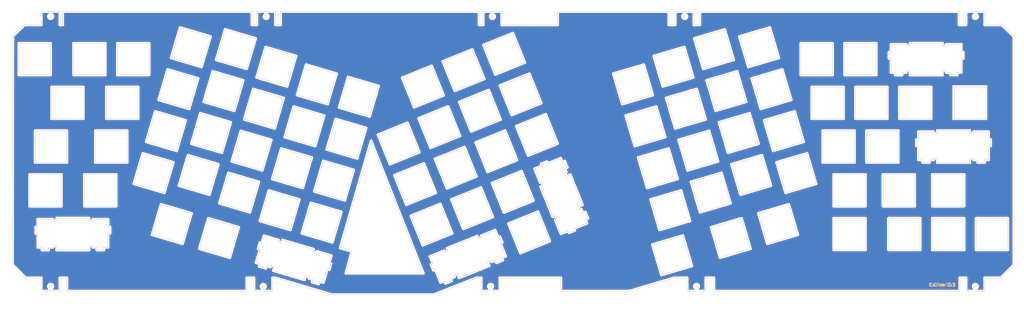
<source format=kicad_pcb>
(kicad_pcb (version 20171130) (host pcbnew "(5.1.5-0-10_14)")
  (layers (0 F.Cu signal) (31 B.Cu signal) (34 B.Paste user) (35 F.Paste user) (36 B.SilkS user) (37 F.SilkS user) (38 B.Mask user) (39 F.Mask user) (44 Edge.Cuts user))
  (net 0 "")
  (module MountingHole:MountingHole_2.2mm_M2 (layer F.Cu) (at 124.587 139.7635)
    (fp_text reference REF** hide)
    (fp_text value MountingHole_2.2mm_M2)
    (pad 1 np_thru_hole circle (at 0 0) (size 2.2 2.2) (drill 2.2) (layers *.Cu *.Mask))
  )
  (module MountingHole:MountingHole_2.2mm_M2 (layer F.Cu) (at 433.451 139.7635)
    (fp_text reference REF** hide)
    (fp_text value MountingHole_2.2mm_M2)
    (pad 1 np_thru_hole circle (at 0 0) (size 2.2 2.2) (drill 2.2) (layers *.Cu *.Mask))
  )
  (module MountingHole:MountingHole_2.2mm_M2 (layer F.Cu) (at 312.547 139.7635)
    (fp_text reference REF** hide)
    (fp_text value MountingHole_2.2mm_M2)
    (pad 1 np_thru_hole circle (at 0 0) (size 2.2 2.2) (drill 2.2) (layers *.Cu *.Mask))
  )
  (module MountingHole:MountingHole_2.2mm_M2 (layer F.Cu) (at 223.2025 139.7635)
    (fp_text reference REF** hide)
    (fp_text value MountingHole_2.2mm_M2)
    (pad 1 np_thru_hole circle (at 0 0) (size 2.2 2.2) (drill 2.2) (layers *.Cu *.Mask))
  )
  (module MountingHole:MountingHole_2.2mm_M2 (layer F.Cu) (at 32.385 139.7635)
    (fp_text reference REF** hide)
    (fp_text value MountingHole_2.2mm_M2)
    (pad 1 np_thru_hole circle (at 0 0) (size 2.2 2.2) (drill 2.2) (layers *.Cu *.Mask))
  )
  (module MountingHole:MountingHole_2.2mm_M2 (layer F.Cu) (at 32.402454 22.610514)
    (fp_text reference REF** hide)
    (fp_text value MountingHole_2.2mm_M2)
    (pad "" np_thru_hole circle (at 0 -0.063514) (size 2.2 2.2) (drill 2.2) (layers *.Cu *.Mask))
  )
  (module MountingHole:MountingHole_2.2mm_M2 (layer F.Cu) (at 125.874454 22.606)
    (fp_text reference REF** hide)
    (fp_text value MountingHole_2.2mm_M2)
    (pad "" np_thru_hole circle (at 0 -0.059) (size 2.2 2.2) (drill 2.2) (layers *.Cu *.Mask))
  )
  (module MountingHole:MountingHole_2.2mm_M2 (layer F.Cu) (at 223.981954 22.547014)
    (fp_text reference REF** hide)
    (fp_text value MountingHole_2.2mm_M2)
    (pad 1 np_thru_hole circle (at 0 0) (size 2.2 2.2) (drill 2.2) (layers *.Cu *.Mask))
  )
  (module MountingHole:MountingHole_2.2mm_M2 (layer F.Cu) (at 307.4035 22.547014)
    (fp_text reference REF** hide)
    (fp_text value MountingHole_2.2mm_M2)
    (pad 1 np_thru_hole circle (at 0 0) (size 2.2 2.2) (drill 2.2) (layers *.Cu *.Mask))
  )
  (module MountingHole:MountingHole_2.2mm_M2 (layer F.Cu) (at 433.468454 22.547014)
    (fp_text reference REF** hide)
    (fp_text value MountingHole_2.2mm_M2)
    (pad 1 np_thru_hole circle (at 0 0) (size 2.2 2.2) (drill 2.2) (layers *.Cu *.Mask))
  )
  (gr_text "Colice 0.1" (at 419.1 139.065) (layer B.SilkS) (effects (font (size 1.5 1.5) (thickness 0.3)) (justify mirror)))
  (gr_text "Colice 0.1" (at 419.1 139.065) (layer F.SilkS) (effects (font (size 1.5 1.5) (thickness 0.3))))
  (gr_line (start 316.488581 141.807467) (end 316.488581 136.015557) (layer Edge.Cuts) (width 0.2))
  (gr_line (start 320.09232 136.015557) (end 320.09232 141.807467) (layer Edge.Cuts) (width 0.2))
  (gr_line (start 426.642935 136.012514) (end 429.467026 136.012514) (layer Edge.Cuts) (width 0.2))
  (gr_line (start 437.467235 141.807467) (end 437.467235 136.012514) (layer Edge.Cuts) (width 0.2))
  (gr_line (start 320.09232 141.807467) (end 426.642935 141.807467) (layer Edge.Cuts) (width 0.2))
  (gr_line (start 429.467026 136.012514) (end 429.467026 141.807467) (layer Edge.Cuts) (width 0.2))
  (gr_line (start 253.722793 141.807467) (end 283.314242 141.807467) (layer Edge.Cuts) (width 0.2))
  (gr_line (start 227.179384 136.012514) (end 253.722793 136.012514) (layer Edge.Cuts) (width 0.2))
  (gr_line (start 429.467026 141.807467) (end 437.467235 141.807467) (layer Edge.Cuts) (width 0.2))
  (gr_line (start 308.48834 136.012514) (end 308.48834 141.807467) (layer Edge.Cuts) (width 0.2))
  (gr_line (start 253.722793 136.012514) (end 253.722793 141.807467) (layer Edge.Cuts) (width 0.2))
  (gr_line (start 302.868903 136.012514) (end 308.48834 136.012514) (layer Edge.Cuts) (width 0.2))
  (gr_line (start 437.467235 136.012514) (end 444.533955 136.012514) (layer Edge.Cuts) (width 0.2))
  (gr_line (start 426.642935 141.807467) (end 426.642935 136.012514) (layer Edge.Cuts) (width 0.2))
  (gr_line (start 227.179384 141.807467) (end 227.179384 136.012514) (layer Edge.Cuts) (width 0.2))
  (gr_line (start 316.488581 136.015557) (end 320.09232 136.015557) (layer Edge.Cuts) (width 0.2))
  (gr_line (start 308.48834 141.807467) (end 316.488581 141.807467) (layer Edge.Cuts) (width 0.2))
  (gr_line (start 283.314242 141.807467) (end 302.868903 136.012514) (layer Edge.Cuts) (width 0.2))
  (gr_line (start 132.157134 26.210065) (end 129.859282 26.210065) (layer Edge.Cuts) (width 0.2))
  (gr_line (start 300.435958 26.210065) (end 300.435958 20.389232) (layer Edge.Cuts) (width 0.2))
  (gr_line (start 444.533955 136.012514) (end 450.103862 130.480417) (layer Edge.Cuts) (width 0.2))
  (gr_line (start 36.369007 26.210065) (end 36.369007 20.389232) (layer Edge.Cuts) (width 0.2))
  (gr_line (start 119.657161 20.389232) (end 37.657179 20.389232) (layer Edge.Cuts) (width 0.2))
  (gr_line (start 121.868956 26.210065) (end 119.657161 26.210065) (layer Edge.Cuts) (width 0.2))
  (gr_line (start 129.859282 26.210065) (end 129.868927 20.389232) (layer Edge.Cuts) (width 0.2))
  (gr_line (start 437.467235 20.389232) (end 429.430515 20.389232) (layer Edge.Cuts) (width 0.2))
  (gr_line (start 132.157134 20.389232) (end 132.157134 26.210065) (layer Edge.Cuts) (width 0.2))
  (gr_line (start 218.15697 20.389232) (end 132.157134 20.389232) (layer Edge.Cuts) (width 0.2))
  (gr_line (start 437.467235 26.210065) (end 437.467235 20.389232) (layer Edge.Cuts) (width 0.2))
  (gr_line (start 252.327682 26.210065) (end 248.317153 26.210065) (layer Edge.Cuts) (width 0.2))
  (gr_line (start 429.430515 26.210065) (end 426.345693 26.210065) (layer Edge.Cuts) (width 0.2))
  (gr_line (start 220.068626 26.201692) (end 218.15697 26.210065) (layer Edge.Cuts) (width 0.2))
  (gr_line (start 220.061591 20.389232) (end 220.068626 26.201692) (layer Edge.Cuts) (width 0.2))
  (gr_line (start 227.965845 26.210065) (end 227.965845 20.389232) (layer Edge.Cuts) (width 0.2))
  (gr_line (start 426.345693 20.389232) (end 314.006107 20.389232) (layer Edge.Cuts) (width 0.2))
  (gr_line (start 426.345693 26.210065) (end 426.345693 20.389232) (layer Edge.Cuts) (width 0.2))
  (gr_line (start 236.639896 26.210065) (end 227.965845 26.210065) (layer Edge.Cuts) (width 0.2))
  (gr_line (start 314.006107 20.389232) (end 314.006107 26.210065) (layer Edge.Cuts) (width 0.2))
  (gr_line (start 129.868927 20.389232) (end 121.868956 20.389232) (layer Edge.Cuts) (width 0.2))
  (gr_line (start 300.435958 20.389232) (end 252.327682 20.389232) (layer Edge.Cuts) (width 0.2))
  (gr_line (start 444.906829 26.210065) (end 437.467235 26.210065) (layer Edge.Cuts) (width 0.2))
  (gr_line (start 248.317153 26.210065) (end 236.639896 26.210065) (layer Edge.Cuts) (width 0.2))
  (gr_line (start 219.179429 141.807467) (end 227.179384 141.807467) (layer Edge.Cuts) (width 0.2))
  (gr_line (start 128.6024 136.026467) (end 129.868927 136.026467) (layer Edge.Cuts) (width 0.2))
  (gr_line (start 120.602429 136.023935) (end 120.602429 141.80214) (layer Edge.Cuts) (width 0.2))
  (gr_line (start 36.369007 20.389232) (end 28.36904 20.389232) (layer Edge.Cuts) (width 0.2))
  (gr_line (start 128.6024 141.80214) (end 128.6024 136.026467) (layer Edge.Cuts) (width 0.2))
  (gr_line (start 311.30721 26.210065) (end 311.30721 20.389232) (layer Edge.Cuts) (width 0.2))
  (gr_line (start 219.179429 136.012514) (end 219.179429 141.807467) (layer Edge.Cuts) (width 0.2))
  (gr_line (start 28.371387 136.017585) (end 28.371387 141.80214) (layer Edge.Cuts) (width 0.2))
  (gr_line (start 218.15697 26.210065) (end 218.15697 20.389232) (layer Edge.Cuts) (width 0.2))
  (gr_line (start 198.670365 143.314561) (end 217.092015 136.012514) (layer Edge.Cuts) (width 0.2))
  (gr_line (start 39.464795 136.020125) (end 39.464795 141.807467) (layer Edge.Cuts) (width 0.2))
  (gr_line (start 429.430515 20.389232) (end 429.430515 26.210065) (layer Edge.Cuts) (width 0.2))
  (gr_line (start 217.092015 136.012514) (end 219.179429 136.012514) (layer Edge.Cuts) (width 0.2))
  (gr_line (start 154.368706 143.314561) (end 198.670365 143.314561) (layer Edge.Cuts) (width 0.2))
  (gr_line (start 129.868927 136.026467) (end 154.368706 143.314561) (layer Edge.Cuts) (width 0.2))
  (gr_line (start 119.657161 26.210065) (end 119.657161 20.389232) (layer Edge.Cuts) (width 0.2))
  (gr_line (start 36.371354 141.80214) (end 36.371354 136.020125) (layer Edge.Cuts) (width 0.2))
  (gr_line (start 303.306968 26.210065) (end 300.435958 26.210065) (layer Edge.Cuts) (width 0.2))
  (gr_line (start 314.006107 26.210065) (end 311.30721 26.210065) (layer Edge.Cuts) (width 0.2))
  (gr_line (start 21.488531 136.017585) (end 28.371387 136.017585) (layer Edge.Cuts) (width 0.2))
  (gr_line (start 117.413032 141.807467) (end 117.413032 136.023679) (layer Edge.Cuts) (width 0.2))
  (gr_line (start 37.657179 20.389232) (end 37.657179 26.210065) (layer Edge.Cuts) (width 0.2))
  (gr_line (start 227.965845 20.389232) (end 220.061591 20.389232) (layer Edge.Cuts) (width 0.2))
  (gr_line (start 450.103862 31.19819) (end 444.906829 26.210065) (layer Edge.Cuts) (width 0.2))
  (gr_line (start 303.306968 20.389232) (end 303.306968 26.210065) (layer Edge.Cuts) (width 0.2))
  (gr_line (start 252.327682 20.389232) (end 252.327682 26.210065) (layer Edge.Cuts) (width 0.2))
  (gr_line (start 120.602429 141.80214) (end 128.6024 141.80214) (layer Edge.Cuts) (width 0.2))
  (gr_line (start 117.413032 136.023679) (end 120.602429 136.023935) (layer Edge.Cuts) (width 0.2))
  (gr_line (start 39.464795 141.807467) (end 117.413032 141.807467) (layer Edge.Cuts) (width 0.2))
  (gr_line (start 36.371354 136.020125) (end 39.464795 136.020125) (layer Edge.Cuts) (width 0.2))
  (gr_line (start 28.371387 141.80214) (end 36.371354 141.80214) (layer Edge.Cuts) (width 0.2))
  (gr_line (start 15.859427 130.328184) (end 21.488531 136.017585) (layer Edge.Cuts) (width 0.2))
  (gr_line (start 16.031011 31.061437) (end 15.859427 130.328184) (layer Edge.Cuts) (width 0.2))
  (gr_line (start 311.30721 20.389232) (end 303.306968 20.389232) (layer Edge.Cuts) (width 0.2))
  (gr_line (start 450.103862 130.480417) (end 450.103862 31.19819) (layer Edge.Cuts) (width 0.2))
  (gr_line (start 37.657179 26.210065) (end 36.369007 26.210065) (layer Edge.Cuts) (width 0.2))
  (gr_line (start 21.01368 26.210065) (end 16.031011 31.061437) (layer Edge.Cuts) (width 0.2))
  (gr_line (start 28.36904 26.210065) (end 21.01368 26.210065) (layer Edge.Cuts) (width 0.2))
  (gr_line (start 28.36904 20.389232) (end 28.36904 26.210065) (layer Edge.Cuts) (width 0.2))
  (gr_line (start 121.868956 20.389232) (end 121.868956 26.210065) (layer Edge.Cuts) (width 0.2))
  (gr_line (start 296.455657 115.297466) (end 309.739511 111.374316) (layer Edge.Cuts) (width 0.2))
  (gr_line (start 309.739511 111.374316) (end 305.81638 98.090398) (layer Edge.Cuts) (width 0.2))
  (gr_line (start 171.368706 76.480671) (end 157.891435 123.101698) (layer Edge.Cuts) (width 0.2))
  (gr_line (start 327.289736 103.713931) (end 323.366605 90.430013) (layer Edge.Cuts) (width 0.2))
  (gr_line (start 310.082751 94.353163) (end 314.005882 107.637081) (layer Edge.Cuts) (width 0.2))
  (gr_line (start 340.91708 82.770474) (end 327.633226 86.693624) (layer Edge.Cuts) (width 0.2))
  (gr_line (start 162.950724 124.634863) (end 160.368721 134.101657) (layer Edge.Cuts) (width 0.2))
  (gr_line (start 157.891435 123.101698) (end 162.950724 124.634863) (layer Edge.Cuts) (width 0.2))
  (gr_line (start 331.556357 99.977542) (end 344.840211 96.054392) (layer Edge.Cuts) (width 0.2))
  (gr_line (start 310.55188 130.946828) (end 306.628749 117.66291) (layer Edge.Cuts) (width 0.2))
  (gr_line (start 306.628749 117.66291) (end 293.345293 121.585943) (layer Edge.Cuts) (width 0.2))
  (gr_line (start 292.532526 102.013548) (end 296.455657 115.297466) (layer Edge.Cuts) (width 0.2))
  (gr_line (start 305.81638 98.090398) (end 292.532526 102.013548) (layer Edge.Cuts) (width 0.2))
  (gr_line (start 194.082367 134.101657) (end 171.368706 76.480671) (layer Edge.Cuts) (width 0.2))
  (gr_line (start 293.345293 121.585943) (end 297.268424 134.869861) (layer Edge.Cuts) (width 0.2))
  (gr_line (start 322.716194 127.354216) (end 336.000048 123.431066) (layer Edge.Cuts) (width 0.2))
  (gr_line (start 297.268424 134.869861) (end 310.55188 130.946828) (layer Edge.Cuts) (width 0.2))
  (gr_line (start 323.366605 90.430013) (end 310.082751 94.353163) (layer Edge.Cuts) (width 0.2))
  (gr_line (start 327.633226 86.693624) (end 331.556357 99.977542) (layer Edge.Cuts) (width 0.2))
  (gr_line (start 336.000048 123.431066) (end 332.076917 110.147148) (layer Edge.Cuts) (width 0.2))
  (gr_line (start 314.005882 107.637081) (end 327.289736 103.713931) (layer Edge.Cuts) (width 0.2))
  (gr_line (start 318.793063 114.070298) (end 322.716194 127.354216) (layer Edge.Cuts) (width 0.2))
  (gr_line (start 344.840211 96.054392) (end 340.91708 82.770474) (layer Edge.Cuts) (width 0.2))
  (gr_line (start 160.368721 134.101657) (end 194.082367 134.101657) (layer Edge.Cuts) (width 0.2))
  (gr_line (start 312.603059 53.984108) (end 299.319205 57.907258) (layer Edge.Cuts) (width 0.2))
  (gr_line (start 349.721987 45.498006) (end 336.438133 49.421156) (layer Edge.Cuts) (width 0.2))
  (gr_line (start 353.645118 58.781923) (end 349.721987 45.498006) (layer Edge.Cuts) (width 0.2))
  (gr_line (start 297.860456 52.967863) (end 311.14431 49.044713) (layer Edge.Cuts) (width 0.2))
  (gr_line (start 293.937325 39.683945) (end 297.860456 52.967863) (layer Edge.Cuts) (width 0.2))
  (gr_line (start 322.251434 68.47061) (end 326.174566 81.754528) (layer Edge.Cuts) (width 0.2))
  (gr_line (start 334.07654 59.608064) (end 330.153409 46.324146) (layer Edge.Cuts) (width 0.2))
  (gr_line (start 316.869555 50.247296) (end 320.792686 63.531214) (layer Edge.Cuts) (width 0.2))
  (gr_line (start 345.743019 80.927964) (end 359.026873 77.004814) (layer Edge.Cuts) (width 0.2))
  (gr_line (start 334.979384 44.48176) (end 348.263238 40.55861) (layer Edge.Cuts) (width 0.2))
  (gr_line (start 359.026873 77.004814) (end 355.103742 63.720896) (layer Edge.Cuts) (width 0.2))
  (gr_line (start 355.103742 63.720896) (end 341.819888 67.644046) (layer Edge.Cuts) (width 0.2))
  (gr_line (start 408.733042 73.389156) (end 408.733042 72.576353) (layer Edge.Cuts) (width 0.2))
  (gr_line (start 336.438133 49.421156) (end 340.361264 62.705073) (layer Edge.Cuts) (width 0.2))
  (gr_line (start 348.263238 40.55861) (end 344.340107 27.274692) (layer Edge.Cuts) (width 0.2))
  (gr_line (start 344.340107 27.274692) (end 331.056253 31.197842) (layer Edge.Cuts) (width 0.2))
  (gr_line (start 416.907595 72.068352) (end 431.098497 72.068352) (layer Edge.Cuts) (width 0.2))
  (gr_line (start 415.387831 73.389156) (end 416.907595 73.389156) (layer Edge.Cuts) (width 0.2))
  (gr_line (start 415.387831 72.576353) (end 415.387831 73.389156) (layer Edge.Cuts) (width 0.2))
  (gr_line (start 280.309981 60.627402) (end 293.593835 56.704252) (layer Edge.Cuts) (width 0.2))
  (gr_line (start 308.624091 89.414067) (end 321.907945 85.490917) (layer Edge.Cuts) (width 0.2))
  (gr_line (start 340.361264 62.705073) (end 353.645118 58.781923) (layer Edge.Cuts) (width 0.2))
  (gr_line (start 326.174566 81.754528) (end 339.45842 77.831378) (layer Edge.Cuts) (width 0.2))
  (gr_line (start 408.733042 72.576353) (end 415.387831 72.576353) (layer Edge.Cuts) (width 0.2))
  (gr_line (start 291.073791 97.074198) (end 304.357645 93.151048) (layer Edge.Cuts) (width 0.2))
  (gr_line (start 317.984814 72.206999) (end 304.70096 76.130149) (layer Edge.Cuts) (width 0.2))
  (gr_line (start 311.48755 32.02356) (end 315.410681 45.307478) (layer Edge.Cuts) (width 0.2))
  (gr_line (start 352.583429 104.090087) (end 339.299575 108.013237) (layer Edge.Cuts) (width 0.2))
  (gr_line (start 295.052634 61.643817) (end 281.76878 65.566967) (layer Edge.Cuts) (width 0.2))
  (gr_line (start 276.38685 47.343484) (end 280.309981 60.627402) (layer Edge.Cuts) (width 0.2))
  (gr_line (start 311.14431 49.044713) (end 307.221179 35.760795) (layer Edge.Cuts) (width 0.2))
  (gr_line (start 324.771404 28.10041) (end 311.48755 32.02356) (layer Edge.Cuts) (width 0.2))
  (gr_line (start 331.056253 31.197842) (end 334.979384 44.48176) (layer Edge.Cuts) (width 0.2))
  (gr_line (start 315.410681 45.307478) (end 328.694535 41.384328) (layer Edge.Cuts) (width 0.2))
  (gr_line (start 332.076917 110.147148) (end 318.793063 114.070298) (layer Edge.Cuts) (width 0.2))
  (gr_line (start 285.691911 78.850885) (end 298.975765 74.927735) (layer Edge.Cuts) (width 0.2))
  (gr_line (start 356.50656 117.374005) (end 352.583429 104.090087) (layer Edge.Cuts) (width 0.2))
  (gr_line (start 330.153409 46.324146) (end 316.869555 50.247296) (layer Edge.Cuts) (width 0.2))
  (gr_line (start 343.222706 121.297155) (end 356.50656 117.374005) (layer Edge.Cuts) (width 0.2))
  (gr_line (start 341.819888 67.644046) (end 345.743019 80.927964) (layer Edge.Cuts) (width 0.2))
  (gr_line (start 339.299575 108.013237) (end 343.222706 121.297155) (layer Edge.Cuts) (width 0.2))
  (gr_line (start 364.408664 95.227828) (end 360.485533 81.94391) (layer Edge.Cuts) (width 0.2))
  (gr_line (start 351.12481 99.150978) (end 364.408664 95.227828) (layer Edge.Cuts) (width 0.2))
  (gr_line (start 347.201679 85.867061) (end 351.12481 99.150978) (layer Edge.Cuts) (width 0.2))
  (gr_line (start 360.485533 81.94391) (end 347.201679 85.867061) (layer Edge.Cuts) (width 0.2))
  (gr_line (start 304.357645 93.151048) (end 300.434514 79.86713) (layer Edge.Cuts) (width 0.2))
  (gr_line (start 416.907595 73.389156) (end 416.907595 72.068352) (layer Edge.Cuts) (width 0.2))
  (gr_line (start 287.15066 83.79028) (end 291.073791 97.074198) (layer Edge.Cuts) (width 0.2))
  (gr_line (start 300.434514 79.86713) (end 287.15066 83.79028) (layer Edge.Cuts) (width 0.2))
  (gr_line (start 408.733042 75.979964) (end 408.733042 73.389156) (layer Edge.Cuts) (width 0.2))
  (gr_line (start 298.975765 74.927735) (end 295.052634 61.643817) (layer Edge.Cuts) (width 0.2))
  (gr_line (start 281.76878 65.566967) (end 285.691911 78.850885) (layer Edge.Cuts) (width 0.2))
  (gr_line (start 293.593835 56.704252) (end 289.670704 43.420334) (layer Edge.Cuts) (width 0.2))
  (gr_line (start 321.907945 85.490917) (end 317.984814 72.206999) (layer Edge.Cuts) (width 0.2))
  (gr_line (start 339.45842 77.831378) (end 335.535288 64.54746) (layer Edge.Cuts) (width 0.2))
  (gr_line (start 328.694535 41.384328) (end 324.771404 28.10041) (layer Edge.Cuts) (width 0.2))
  (gr_line (start 307.221179 35.760795) (end 293.937325 39.683945) (layer Edge.Cuts) (width 0.2))
  (gr_line (start 320.792686 63.531214) (end 334.07654 59.608064) (layer Edge.Cuts) (width 0.2))
  (gr_line (start 289.670704 43.420334) (end 276.38685 47.343484) (layer Edge.Cuts) (width 0.2))
  (gr_line (start 304.70096 76.130149) (end 308.624091 89.414067) (layer Edge.Cuts) (width 0.2))
  (gr_line (start 316.52619 67.268026) (end 312.603059 53.984108) (layer Edge.Cuts) (width 0.2))
  (gr_line (start 335.535288 64.54746) (end 322.251434 68.47061) (layer Edge.Cuts) (width 0.2))
  (gr_line (start 303.242336 71.191176) (end 316.52619 67.268026) (layer Edge.Cuts) (width 0.2))
  (gr_line (start 299.319205 57.907258) (end 303.242336 71.191176) (layer Edge.Cuts) (width 0.2))
  (gr_line (start 410.536439 86.038395) (end 410.536439 84.869991) (layer Edge.Cuts) (width 0.2))
  (gr_line (start 434.421658 84.869991) (end 432.61826 84.869991) (layer Edge.Cuts) (width 0.2))
  (gr_line (start 405.026237 48.031228) (end 405.026237 46.07542) (layer Edge.Cuts) (width 0.2))
  (gr_line (start 403.506473 34.569186) (end 403.506473 35.381989) (layer Edge.Cuts) (width 0.2))
  (gr_line (start 425.588295 48.031228) (end 422.5403 48.031228) (layer Edge.Cuts) (width 0.2))
  (gr_line (start 396.851684 46.862824) (end 396.851684 46.07542) (layer Edge.Cuts) (width 0.2))
  (gr_line (start 416.907595 86.038395) (end 416.907595 84.082588) (layer Edge.Cuts) (width 0.2))
  (gr_line (start 432.61826 72.576353) (end 439.273049 72.576353) (layer Edge.Cuts) (width 0.2))
  (gr_line (start 439.273049 84.869991) (end 437.469653 84.869991) (layer Edge.Cuts) (width 0.2))
  (gr_line (start 413.584434 86.038395) (end 410.536439 86.038395) (layer Edge.Cuts) (width 0.2))
  (gr_line (start 431.098497 86.038395) (end 416.907595 86.038395) (layer Edge.Cuts) (width 0.2))
  (gr_line (start 415.387831 84.082588) (end 415.387831 84.869991) (layer Edge.Cuts) (width 0.2))
  (gr_line (start 431.098497 73.389156) (end 432.61826 73.389156) (layer Edge.Cuts) (width 0.2))
  (gr_line (start 413.584434 84.869991) (end 413.584434 86.038395) (layer Edge.Cuts) (width 0.2))
  (gr_line (start 415.387831 84.869991) (end 413.584434 84.869991) (layer Edge.Cuts) (width 0.2))
  (gr_line (start 405.026237 46.07542) (end 403.506473 46.07542) (layer Edge.Cuts) (width 0.2))
  (gr_line (start 434.421658 86.038395) (end 434.421658 84.869991) (layer Edge.Cuts) (width 0.2))
  (gr_line (start 395.967184 40.766805) (end 395.967184 37.972797) (layer Edge.Cuts) (width 0.2))
  (gr_line (start 431.098497 84.082588) (end 431.098497 86.038395) (layer Edge.Cuts) (width 0.2))
  (gr_line (start 395.967184 37.972797) (end 396.851684 37.972797) (layer Edge.Cuts) (width 0.2))
  (gr_line (start 440.157283 78.773973) (end 439.273049 78.773973) (layer Edge.Cuts) (width 0.2))
  (gr_line (start 440.157283 75.979964) (end 440.157283 78.773973) (layer Edge.Cuts) (width 0.2))
  (gr_line (start 419.217139 46.07542) (end 419.217139 48.031228) (layer Edge.Cuts) (width 0.2))
  (gr_line (start 425.588295 46.862824) (end 425.588295 48.031228) (layer Edge.Cuts) (width 0.2))
  (gr_line (start 398.655081 48.031228) (end 398.655081 46.862824) (layer Edge.Cuts) (width 0.2))
  (gr_line (start 420.736902 46.862824) (end 420.736902 46.07542) (layer Edge.Cuts) (width 0.2))
  (gr_line (start 396.851684 35.381989) (end 396.851684 34.569186) (layer Edge.Cuts) (width 0.2))
  (gr_line (start 431.098497 72.068352) (end 431.098497 73.389156) (layer Edge.Cuts) (width 0.2))
  (gr_line (start 422.5403 48.031228) (end 422.5403 46.862824) (layer Edge.Cuts) (width 0.2))
  (gr_line (start 416.907595 84.082588) (end 415.387831 84.082588) (layer Edge.Cuts) (width 0.2))
  (gr_line (start 437.469653 86.038395) (end 434.421658 86.038395) (layer Edge.Cuts) (width 0.2))
  (gr_line (start 428.275925 37.972797) (end 428.275925 40.766805) (layer Edge.Cuts) (width 0.2))
  (gr_line (start 439.273049 78.773973) (end 439.273049 84.869991) (layer Edge.Cuts) (width 0.2))
  (gr_line (start 432.61826 73.389156) (end 432.61826 72.576353) (layer Edge.Cuts) (width 0.2))
  (gr_line (start 396.851684 34.569186) (end 403.506473 34.569186) (layer Edge.Cuts) (width 0.2))
  (gr_line (start 419.217139 48.031228) (end 405.026237 48.031228) (layer Edge.Cuts) (width 0.2))
  (gr_line (start 428.275925 40.766805) (end 427.391691 40.766805) (layer Edge.Cuts) (width 0.2))
  (gr_line (start 396.851684 40.766805) (end 395.967184 40.766805) (layer Edge.Cuts) (width 0.2))
  (gr_line (start 403.506473 35.381989) (end 405.026237 35.381989) (layer Edge.Cuts) (width 0.2))
  (gr_line (start 427.391691 46.862824) (end 425.588295 46.862824) (layer Edge.Cuts) (width 0.2))
  (gr_line (start 407.848542 75.979964) (end 408.733042 75.979964) (layer Edge.Cuts) (width 0.2))
  (gr_line (start 408.733042 78.773973) (end 407.848542 78.773973) (layer Edge.Cuts) (width 0.2))
  (gr_line (start 401.703076 46.862824) (end 401.703076 48.031228) (layer Edge.Cuts) (width 0.2))
  (gr_line (start 427.391691 40.766805) (end 427.391691 46.862824) (layer Edge.Cuts) (width 0.2))
  (gr_line (start 403.506473 46.07542) (end 403.506473 46.862824) (layer Edge.Cuts) (width 0.2))
  (gr_line (start 432.61826 84.082588) (end 431.098497 84.082588) (layer Edge.Cuts) (width 0.2))
  (gr_line (start 439.273049 72.576353) (end 439.273049 75.979964) (layer Edge.Cuts) (width 0.2))
  (gr_line (start 422.5403 46.862824) (end 420.736902 46.862824) (layer Edge.Cuts) (width 0.2))
  (gr_line (start 408.733042 84.082588) (end 408.733042 78.773973) (layer Edge.Cuts) (width 0.2))
  (gr_line (start 405.026237 34.061185) (end 419.217139 34.061185) (layer Edge.Cuts) (width 0.2))
  (gr_line (start 405.026237 35.381989) (end 405.026237 34.061185) (layer Edge.Cuts) (width 0.2))
  (gr_line (start 396.851684 46.07542) (end 396.851684 40.766805) (layer Edge.Cuts) (width 0.2))
  (gr_line (start 407.848542 78.773973) (end 407.848542 75.979964) (layer Edge.Cuts) (width 0.2))
  (gr_line (start 396.851684 37.972797) (end 396.851684 35.381989) (layer Edge.Cuts) (width 0.2))
  (gr_line (start 437.469653 84.869991) (end 437.469653 86.038395) (layer Edge.Cuts) (width 0.2))
  (gr_line (start 401.703076 48.031228) (end 398.655081 48.031228) (layer Edge.Cuts) (width 0.2))
  (gr_line (start 439.273049 75.979964) (end 440.157283 75.979964) (layer Edge.Cuts) (width 0.2))
  (gr_line (start 398.655081 46.862824) (end 396.851684 46.862824) (layer Edge.Cuts) (width 0.2))
  (gr_line (start 432.61826 84.869991) (end 432.61826 84.082588) (layer Edge.Cuts) (width 0.2))
  (gr_line (start 403.506473 46.862824) (end 401.703076 46.862824) (layer Edge.Cuts) (width 0.2))
  (gr_line (start 408.733042 84.869991) (end 408.733042 84.082588) (layer Edge.Cuts) (width 0.2))
  (gr_line (start 420.736902 46.07542) (end 419.217139 46.07542) (layer Edge.Cuts) (width 0.2))
  (gr_line (start 410.536439 84.869991) (end 408.733042 84.869991) (layer Edge.Cuts) (width 0.2))
  (gr_line (start 427.391691 37.972797) (end 428.275925 37.972797) (layer Edge.Cuts) (width 0.2))
  (gr_line (start 376.690416 34.116925) (end 376.690416 47.967694) (layer Edge.Cuts) (width 0.2))
  (gr_line (start 424.219288 66.965893) (end 438.070343 66.965893) (layer Edge.Cuts) (width 0.2))
  (gr_line (start 433.742419 110.125333) (end 433.742419 123.976101) (layer Edge.Cuts) (width 0.2))
  (gr_line (start 414.740607 123.976366) (end 428.591662 123.976366) (layer Edge.Cuts) (width 0.2))
  (gr_line (start 390.541471 47.967694) (end 390.541471 34.116925) (layer Edge.Cuts) (width 0.2))
  (gr_line (start 400.454984 53.115125) (end 400.454984 66.965893) (layer Edge.Cuts) (width 0.2))
  (gr_line (start 414.306039 53.115125) (end 400.454984 53.115125) (layer Edge.Cuts) (width 0.2))
  (gr_line (start 381.452908 66.966158) (end 395.303962 66.966158) (layer Edge.Cuts) (width 0.2))
  (gr_line (start 386.215399 72.119674) (end 386.215399 85.970442) (layer Edge.Cuts) (width 0.2))
  (gr_line (start 376.301886 66.969468) (end 376.301886 53.118347) (layer Edge.Cuts) (width 0.2))
  (gr_line (start 362.450831 66.969468) (end 376.301886 66.969468) (layer Edge.Cuts) (width 0.2))
  (gr_line (start 395.303962 53.115389) (end 381.452908 53.115389) (layer Edge.Cuts) (width 0.2))
  (gr_line (start 395.303962 66.966158) (end 395.303962 53.115389) (layer Edge.Cuts) (width 0.2))
  (gr_line (start 427.391691 34.569186) (end 427.391691 37.972797) (layer Edge.Cuts) (width 0.2))
  (gr_line (start 385.826869 110.128603) (end 371.975814 110.128603) (layer Edge.Cuts) (width 0.2))
  (gr_line (start 371.975814 104.972264) (end 385.826869 104.972264) (layer Edge.Cuts) (width 0.2))
  (gr_line (start 409.589585 123.979677) (end 409.589585 110.128555) (layer Edge.Cuts) (width 0.2))
  (gr_line (start 371.539394 34.117454) (end 357.68834 34.117454) (layer Edge.Cuts) (width 0.2))
  (gr_line (start 367.213323 85.97089) (end 381.064377 85.97089) (layer Edge.Cuts) (width 0.2))
  (gr_line (start 385.826869 91.121143) (end 371.975814 91.121143) (layer Edge.Cuts) (width 0.2))
  (gr_line (start 419.217139 34.061185) (end 419.217139 35.381989) (layer Edge.Cuts) (width 0.2))
  (gr_line (start 393.358533 104.975434) (end 407.209588 104.975434) (layer Edge.Cuts) (width 0.2))
  (gr_line (start 385.826869 104.972264) (end 385.826869 91.121143) (layer Edge.Cuts) (width 0.2))
  (gr_line (start 371.975814 91.121143) (end 371.975814 104.972264) (layer Edge.Cuts) (width 0.2))
  (gr_line (start 395.73853 110.128555) (end 395.73853 123.979677) (layer Edge.Cuts) (width 0.2))
  (gr_line (start 428.591662 110.125598) (end 414.740607 110.125598) (layer Edge.Cuts) (width 0.2))
  (gr_line (start 424.219288 53.115125) (end 424.219288 66.965893) (layer Edge.Cuts) (width 0.2))
  (gr_line (start 409.589585 110.128555) (end 395.73853 110.128555) (layer Edge.Cuts) (width 0.2))
  (gr_line (start 400.066454 72.119674) (end 386.215399 72.119674) (layer Edge.Cuts) (width 0.2))
  (gr_line (start 414.740797 104.972259) (end 428.591852 104.972259) (layer Edge.Cuts) (width 0.2))
  (gr_line (start 414.306039 66.965893) (end 414.306039 53.115125) (layer Edge.Cuts) (width 0.2))
  (gr_line (start 371.539394 47.968223) (end 371.539394 34.117454) (layer Edge.Cuts) (width 0.2))
  (gr_line (start 381.064377 85.97089) (end 381.064377 72.119769) (layer Edge.Cuts) (width 0.2))
  (gr_line (start 357.68834 47.968223) (end 371.539394 47.968223) (layer Edge.Cuts) (width 0.2))
  (gr_line (start 362.450831 53.118347) (end 362.450831 66.969468) (layer Edge.Cuts) (width 0.2))
  (gr_line (start 420.736902 34.569186) (end 427.391691 34.569186) (layer Edge.Cuts) (width 0.2))
  (gr_line (start 420.736902 35.381989) (end 420.736902 34.569186) (layer Edge.Cuts) (width 0.2))
  (gr_line (start 414.740797 91.121137) (end 414.740797 104.972259) (layer Edge.Cuts) (width 0.2))
  (gr_line (start 419.217139 35.381989) (end 420.736902 35.381989) (layer Edge.Cuts) (width 0.2))
  (gr_line (start 428.591852 104.972259) (end 428.591852 91.121137) (layer Edge.Cuts) (width 0.2))
  (gr_line (start 428.591852 91.121137) (end 414.740797 91.121137) (layer Edge.Cuts) (width 0.2))
  (gr_line (start 386.215399 85.970442) (end 400.066454 85.970442) (layer Edge.Cuts) (width 0.2))
  (gr_line (start 395.73853 123.979677) (end 409.589585 123.979677) (layer Edge.Cuts) (width 0.2))
  (gr_line (start 400.066454 85.970442) (end 400.066454 72.119674) (layer Edge.Cuts) (width 0.2))
  (gr_line (start 428.591662 123.976366) (end 428.591662 110.125598) (layer Edge.Cuts) (width 0.2))
  (gr_line (start 407.209588 104.975434) (end 407.209588 91.124312) (layer Edge.Cuts) (width 0.2))
  (gr_line (start 381.064377 72.119769) (end 367.213323 72.119769) (layer Edge.Cuts) (width 0.2))
  (gr_line (start 393.358533 91.124312) (end 393.358533 104.975434) (layer Edge.Cuts) (width 0.2))
  (gr_line (start 407.209588 91.124312) (end 393.358533 91.124312) (layer Edge.Cuts) (width 0.2))
  (gr_line (start 385.826869 123.979724) (end 385.826869 110.128603) (layer Edge.Cuts) (width 0.2))
  (gr_line (start 371.975814 123.979724) (end 385.826869 123.979724) (layer Edge.Cuts) (width 0.2))
  (gr_line (start 447.593474 123.976101) (end 447.593474 110.125333) (layer Edge.Cuts) (width 0.2))
  (gr_line (start 381.452908 53.115389) (end 381.452908 66.966158) (layer Edge.Cuts) (width 0.2))
  (gr_line (start 367.213323 72.119769) (end 367.213323 85.97089) (layer Edge.Cuts) (width 0.2))
  (gr_line (start 371.975814 110.128603) (end 371.975814 123.979724) (layer Edge.Cuts) (width 0.2))
  (gr_line (start 447.593474 110.125333) (end 433.742419 110.125333) (layer Edge.Cuts) (width 0.2))
  (gr_line (start 376.690416 47.967694) (end 390.541471 47.967694) (layer Edge.Cuts) (width 0.2))
  (gr_line (start 414.740607 110.125598) (end 414.740607 123.976366) (layer Edge.Cuts) (width 0.2))
  (gr_line (start 433.742419 123.976101) (end 447.593474 123.976101) (layer Edge.Cuts) (width 0.2))
  (gr_line (start 390.541471 34.116925) (end 376.690416 34.116925) (layer Edge.Cuts) (width 0.2))
  (gr_line (start 400.454984 66.965893) (end 414.306039 66.965893) (layer Edge.Cuts) (width 0.2))
  (gr_line (start 357.68834 34.117454) (end 357.68834 47.968223) (layer Edge.Cuts) (width 0.2))
  (gr_line (start 438.070343 66.965893) (end 438.070343 53.115125) (layer Edge.Cuts) (width 0.2))
  (gr_line (start 438.070343 53.115125) (end 424.219288 53.115125) (layer Edge.Cuts) (width 0.2))
  (gr_line (start 201.473994 138.136887) (end 201.179029 137.406818) (layer Edge.Cuts) (width 0.2))
  (gr_line (start 204.752528 124.42978) (end 204.257748 123.205152) (layer Edge.Cuts) (width 0.2))
  (gr_line (start 261.286794 105.098577) (end 261.856108 106.507685) (layer Edge.Cuts) (width 0.2))
  (gr_line (start 201.179029 137.406818) (end 199.190394 132.484756) (layer Edge.Cuts) (width 0.2))
  (gr_line (start 251.187762 110.818001) (end 251.941377 110.513519) (layer Edge.Cuts) (width 0.2))
  (gr_line (start 251.372063 109.104411) (end 250.14744 109.599194) (layer Edge.Cuts) (width 0.2))
  (gr_line (start 197.173214 127.49204) (end 196.868733 126.738422) (layer Edge.Cuts) (width 0.2))
  (gr_line (start 251.941377 110.513519) (end 251.372063 109.104411) (layer Edge.Cuts) (width 0.2))
  (gr_line (start 263.261738 107.884807) (end 264.345058 107.447115) (layer Edge.Cuts) (width 0.2))
  (gr_line (start 253.638603 84.06662) (end 254.314167 85.738707) (layer Edge.Cuts) (width 0.2))
  (gr_line (start 247.986499 86.350231) (end 253.638603 84.06662) (layer Edge.Cuts) (width 0.2))
  (gr_line (start 246.056051 95.94677) (end 245.486738 94.537664) (layer Edge.Cuts) (width 0.2))
  (gr_line (start 206.409817 137.402838) (end 203.583765 138.544644) (layer Edge.Cuts) (width 0.2))
  (gr_line (start 207.644208 135.643944) (end 205.972127 136.319513) (layer Edge.Cuts) (width 0.2))
  (gr_line (start 257.784167 91.208277) (end 263.100178 104.365918) (layer Edge.Cuts) (width 0.2))
  (gr_line (start 221.915921 129.028522) (end 222.648577 130.841916) (layer Edge.Cuts) (width 0.2))
  (gr_line (start 254.434307 116.683762) (end 253.680693 116.988244) (layer Edge.Cuts) (width 0.2))
  (gr_line (start 245.064711 86.577034) (end 247.655259 85.530379) (layer Edge.Cuts) (width 0.2))
  (gr_line (start 255.455968 88.564773) (end 256.131533 90.236863) (layer Edge.Cuts) (width 0.2))
  (gr_line (start 253.680693 116.988244) (end 251.187762 110.818001) (layer Edge.Cuts) (width 0.2))
  (gr_line (start 209.490999 136.157953) (end 208.758343 134.344559) (layer Edge.Cuts) (width 0.2))
  (gr_line (start 254.314167 85.738707) (end 255.397487 85.301015) (layer Edge.Cuts) (width 0.2))
  (gr_line (start 256.131533 90.236863) (end 255.401468 90.53183) (layer Edge.Cuts) (width 0.2))
  (gr_line (start 198.143744 129.894195) (end 197.173214 127.49204) (layer Edge.Cuts) (width 0.2))
  (gr_line (start 199.190394 132.484756) (end 198.3703 132.816097) (layer Edge.Cuts) (width 0.2))
  (gr_line (start 264.403538 110.710872) (end 265.079103 112.382961) (layer Edge.Cuts) (width 0.2))
  (gr_line (start 247.655259 85.530379) (end 247.986499 86.350231) (layer Edge.Cuts) (width 0.2))
  (gr_line (start 263.100178 104.365918) (end 261.286794 105.098577) (layer Edge.Cuts) (width 0.2))
  (gr_line (start 255.401468 90.53183) (end 255.970782 91.940936) (layer Edge.Cuts) (width 0.2))
  (gr_line (start 203.343427 124.999097) (end 204.752528 124.42978) (layer Edge.Cuts) (width 0.2))
  (gr_line (start 244.831429 96.441553) (end 246.056051 95.94677) (layer Edge.Cuts) (width 0.2))
  (gr_line (start 203.146075 137.461318) (end 201.473994 138.136887) (layer Edge.Cuts) (width 0.2))
  (gr_line (start 203.583765 138.544644) (end 203.146075 137.461318) (layer Edge.Cuts) (width 0.2))
  (gr_line (start 376.301886 53.118347) (end 362.450831 53.118347) (layer Edge.Cuts) (width 0.2))
  (gr_line (start 259.758339 115.486671) (end 257.167791 116.533326) (layer Edge.Cuts) (width 0.2))
  (gr_line (start 250.14744 109.599194) (end 244.831429 96.441553) (layer Edge.Cuts) (width 0.2))
  (gr_line (start 256.836451 115.713227) (end 254.434307 116.683762) (layer Edge.Cuts) (width 0.2))
  (gr_line (start 257.167791 116.533326) (end 256.836451 115.713227) (layer Edge.Cuts) (width 0.2))
  (gr_line (start 259.426999 114.666572) (end 259.758339 115.486671) (layer Edge.Cuts) (width 0.2))
  (gr_line (start 264.349038 112.677928) (end 259.426999 114.666572) (layer Edge.Cuts) (width 0.2))
  (gr_line (start 244.733123 94.842146) (end 242.240193 88.671903) (layer Edge.Cuts) (width 0.2))
  (gr_line (start 198.3703 132.816097) (end 197.323649 130.225537) (layer Edge.Cuts) (width 0.2))
  (gr_line (start 242.240193 88.671903) (end 245.395951 87.396886) (layer Edge.Cuts) (width 0.2))
  (gr_line (start 265.486858 110.27318) (end 264.403538 110.710872) (layer Edge.Cuts) (width 0.2))
  (gr_line (start 204.257748 123.205152) (end 217.415326 117.889115) (layer Edge.Cuts) (width 0.2))
  (gr_line (start 223.619986 129.189274) (end 223.325021 128.459206) (layer Edge.Cuts) (width 0.2))
  (gr_line (start 203.038947 124.245479) (end 203.343427 124.999097) (layer Edge.Cuts) (width 0.2))
  (gr_line (start 197.323649 130.225537) (end 198.143744 129.894195) (layer Edge.Cuts) (width 0.2))
  (gr_line (start 207.349242 134.913876) (end 207.644208 135.643944) (layer Edge.Cuts) (width 0.2))
  (gr_line (start 222.648577 130.841916) (end 209.490999 136.157953) (layer Edge.Cuts) (width 0.2))
  (gr_line (start 223.325021 128.459206) (end 221.915921 129.028522) (layer Edge.Cuts) (width 0.2))
  (gr_line (start 265.079103 112.382961) (end 264.349038 112.677928) (layer Edge.Cuts) (width 0.2))
  (gr_line (start 205.972127 136.319513) (end 206.409817 137.402838) (layer Edge.Cuts) (width 0.2))
  (gr_line (start 264.345058 107.447115) (end 265.486858 110.27318) (layer Edge.Cuts) (width 0.2))
  (gr_line (start 262.586173 106.212718) (end 263.261738 107.884807) (layer Edge.Cuts) (width 0.2))
  (gr_line (start 208.758343 134.344559) (end 207.349242 134.913876) (layer Edge.Cuts) (width 0.2))
  (gr_line (start 255.970782 91.940936) (end 257.784167 91.208277) (layer Edge.Cuts) (width 0.2))
  (gr_line (start 245.395951 87.396886) (end 245.064711 86.577034) (layer Edge.Cuts) (width 0.2))
  (gr_line (start 256.539288 88.127081) (end 255.455968 88.564773) (layer Edge.Cuts) (width 0.2))
  (gr_line (start 245.486738 94.537664) (end 244.733123 94.842146) (layer Edge.Cuts) (width 0.2))
  (gr_line (start 196.868733 126.738422) (end 203.038947 124.245479) (layer Edge.Cuts) (width 0.2))
  (gr_line (start 261.856108 106.507685) (end 262.586173 106.212718) (layer Edge.Cuts) (width 0.2))
  (gr_line (start 255.397487 85.301015) (end 256.539288 88.127081) (layer Edge.Cuts) (width 0.2))
  (gr_line (start 225.292067 128.513705) (end 223.619986 129.189274) (layer Edge.Cuts) (width 0.2))
  (gr_line (start 174.323916 73.881709) (end 187.166392 68.692982) (layer Edge.Cuts) (width 0.2))
  (gr_line (start 204.784549 61.57418) (end 209.973251 74.416718) (layer Edge.Cuts) (width 0.2))
  (gr_line (start 209.560514 59.645118) (end 222.40299 54.456391) (layer Edge.Cuts) (width 0.2))
  (gr_line (start 247.139423 64.955304) (end 252.328125 77.797842) (layer Edge.Cuts) (width 0.2))
  (gr_line (start 227.591692 67.298929) (end 214.749216 72.487656) (layer Edge.Cuts) (width 0.2))
  (gr_line (start 222.40299 54.456391) (end 227.591692 67.298929) (layer Edge.Cuts) (width 0.2))
  (gr_line (start 228.326447 120.712958) (end 227.506599 121.044201) (layer Edge.Cuts) (width 0.2))
  (gr_line (start 214.749216 72.487656) (end 209.560514 59.645118) (layer Edge.Cuts) (width 0.2))
  (gr_line (start 243.756949 107.309501) (end 248.945651 120.152039) (layer Edge.Cuts) (width 0.2))
  (gr_line (start 228.11812 127.371899) (end 228.55581 128.455225) (layer Edge.Cuts) (width 0.2))
  (gr_line (start 226.459949 118.45364) (end 227.279797 118.122398) (layer Edge.Cuts) (width 0.2))
  (gr_line (start 225.184939 115.297867) (end 226.459949 118.45364) (layer Edge.Cuts) (width 0.2))
  (gr_line (start 236.639035 89.691976) (end 241.827737 102.534514) (layer Edge.Cuts) (width 0.2))
  (gr_line (start 206.591139 116.771105) (end 193.748663 121.959832) (layer Edge.Cuts) (width 0.2))
  (gr_line (start 187.166392 68.692982) (end 192.355094 81.535521) (layer Edge.Cuts) (width 0.2))
  (gr_line (start 220.473594 49.680951) (end 207.631118 54.869678) (layer Edge.Cuts) (width 0.2))
  (gr_line (start 202.442416 42.02714) (end 215.284892 36.838413) (layer Edge.Cuts) (width 0.2))
  (gr_line (start 211.36672 114.840784) (end 206.178018 101.998246) (layer Edge.Cuts) (width 0.2))
  (gr_line (start 188.559961 109.117294) (end 201.402437 103.928567) (layer Edge.Cuts) (width 0.2))
  (gr_line (start 252.328125 77.797842) (end 239.485649 82.986569) (layer Edge.Cuts) (width 0.2))
  (gr_line (start 199.473126 99.153335) (end 186.630649 104.342062) (layer Edge.Cuts) (width 0.2))
  (gr_line (start 216.678545 77.262933) (end 229.521021 72.074206) (layer Edge.Cuts) (width 0.2))
  (gr_line (start 217.091282 92.034532) (end 204.248806 97.223259) (layer Edge.Cuts) (width 0.2))
  (gr_line (start 191.942072 66.762907) (end 204.784549 61.57418) (layer Edge.Cuts) (width 0.2))
  (gr_line (start 199.060104 84.380721) (end 211.90258 79.191994) (layer Edge.Cuts) (width 0.2))
  (gr_line (start 241.827737 102.534514) (end 228.985261 107.723241) (layer Edge.Cuts) (width 0.2))
  (gr_line (start 209.973251 74.416718) (end 197.130774 79.605445) (layer Edge.Cuts) (width 0.2))
  (gr_line (start 215.284892 36.838413) (end 220.473594 49.680951) (layer Edge.Cuts) (width 0.2))
  (gr_line (start 239.485649 82.986569) (end 234.296947 70.144031) (layer Edge.Cuts) (width 0.2))
  (gr_line (start 225.729757 129.597031) (end 225.292067 128.513705) (layer Edge.Cuts) (width 0.2))
  (gr_line (start 184.82414 49.145338) (end 197.666616 43.956611) (layer Edge.Cuts) (width 0.2))
  (gr_line (start 223.796559 94.880703) (end 236.639035 89.691976) (layer Edge.Cuts) (width 0.2))
  (gr_line (start 227.279797 118.122398) (end 228.326447 120.712958) (layer Edge.Cuts) (width 0.2))
  (gr_line (start 193.748663 121.959832) (end 188.559961 109.117294) (layer Edge.Cuts) (width 0.2))
  (gr_line (start 224.209196 109.652057) (end 211.36672 114.840784) (layer Edge.Cuts) (width 0.2))
  (gr_line (start 204.248806 97.223259) (end 199.060104 84.380721) (layer Edge.Cuts) (width 0.2))
  (gr_line (start 197.666616 43.956611) (end 202.855186 56.798822) (layer Edge.Cuts) (width 0.2))
  (gr_line (start 221.867247 90.105471) (end 216.678545 77.262933) (layer Edge.Cuts) (width 0.2))
  (gr_line (start 217.910106 119.113744) (end 219.319206 118.544427) (layer Edge.Cuts) (width 0.2))
  (gr_line (start 190.01271 61.987549) (end 184.82414 49.145338) (layer Edge.Cuts) (width 0.2))
  (gr_line (start 228.55581 128.455225) (end 225.729757 129.597031) (layer Edge.Cuts) (width 0.2))
  (gr_line (start 181.441947 91.499524) (end 194.284424 86.310797) (layer Edge.Cuts) (width 0.2))
  (gr_line (start 192.355094 81.535521) (end 179.512618 86.724247) (layer Edge.Cuts) (width 0.2))
  (gr_line (start 202.855186 56.798822) (end 190.01271 61.987549) (layer Edge.Cuts) (width 0.2))
  (gr_line (start 230.914473 112.498228) (end 243.756949 107.309501) (layer Edge.Cuts) (width 0.2))
  (gr_line (start 229.7902 126.696332) (end 228.11812 127.371899) (layer Edge.Cuts) (width 0.2))
  (gr_line (start 227.506599 121.044201) (end 229.7902 126.696332) (layer Edge.Cuts) (width 0.2))
  (gr_line (start 197.130774 79.605445) (end 191.942072 66.762907) (layer Edge.Cuts) (width 0.2))
  (gr_line (start 219.014725 117.790809) (end 225.184939 115.297867) (layer Edge.Cuts) (width 0.2))
  (gr_line (start 219.319206 118.544427) (end 219.014725 117.790809) (layer Edge.Cuts) (width 0.2))
  (gr_line (start 219.020494 96.809519) (end 224.209196 109.652057) (layer Edge.Cuts) (width 0.2))
  (gr_line (start 228.985261 107.723241) (end 223.796559 94.880703) (layer Edge.Cuts) (width 0.2))
  (gr_line (start 201.402437 103.928567) (end 206.591139 116.771105) (layer Edge.Cuts) (width 0.2))
  (gr_line (start 229.521021 72.074206) (end 234.709723 84.916744) (layer Edge.Cuts) (width 0.2))
  (gr_line (start 194.284424 86.310797) (end 199.473126 99.153335) (layer Edge.Cuts) (width 0.2))
  (gr_line (start 248.945651 120.152039) (end 236.103175 125.340766) (layer Edge.Cuts) (width 0.2))
  (gr_line (start 217.415326 117.889115) (end 217.910106 119.113744) (layer Edge.Cuts) (width 0.2))
  (gr_line (start 186.630649 104.342062) (end 181.441947 91.499524) (layer Edge.Cuts) (width 0.2))
  (gr_line (start 234.709723 84.916744) (end 221.867247 90.105471) (layer Edge.Cuts) (width 0.2))
  (gr_line (start 179.512618 86.724247) (end 174.323916 73.881709) (layer Edge.Cuts) (width 0.2))
  (gr_line (start 206.178018 101.998246) (end 219.020494 96.809519) (layer Edge.Cuts) (width 0.2))
  (gr_line (start 211.90258 79.191994) (end 217.091282 92.034532) (layer Edge.Cuts) (width 0.2))
  (gr_line (start 236.103175 125.340766) (end 230.914473 112.498228) (layer Edge.Cuts) (width 0.2))
  (gr_line (start 207.631118 54.869678) (end 202.442416 42.02714) (layer Edge.Cuts) (width 0.2))
  (gr_line (start 18.517226 47.968129) (end 18.517226 34.117007) (layer Edge.Cuts) (width 0.2))
  (gr_line (start 32.368281 47.968129) (end 18.517226 47.968129) (layer Edge.Cuts) (width 0.2))
  (gr_line (start 46.996586 91.121143) (end 60.847641 91.121143) (layer Edge.Cuts) (width 0.2))
  (gr_line (start 32.368281 34.117007) (end 32.368281 47.968129) (layer Edge.Cuts) (width 0.2))
  (gr_line (start 49.118894 110.063692) (end 49.118894 111.384496) (layer Edge.Cuts) (width 0.2))
  (gr_line (start 26.753439 116.769313) (end 25.868939 116.769313) (layer Edge.Cuts) (width 0.2))
  (gr_line (start 26.753439 122.077928) (end 26.753439 116.769313) (layer Edge.Cuts) (width 0.2))
  (gr_line (start 31.60483 122.865332) (end 31.60483 124.033735) (layer Edge.Cuts) (width 0.2))
  (gr_line (start 28.556836 122.865332) (end 26.753439 122.865332) (layer Edge.Cuts) (width 0.2))
  (gr_line (start 58.17768 116.769313) (end 57.293445 116.769313) (layer Edge.Cuts) (width 0.2))
  (gr_line (start 58.17768 113.975304) (end 58.17768 116.769313) (layer Edge.Cuts) (width 0.2))
  (gr_line (start 33.408228 122.077928) (end 33.408228 122.865332) (layer Edge.Cuts) (width 0.2))
  (gr_line (start 31.60483 124.033735) (end 28.556836 124.033735) (layer Edge.Cuts) (width 0.2))
  (gr_line (start 26.753439 122.865332) (end 26.753439 122.077928) (layer Edge.Cuts) (width 0.2))
  (gr_line (start 32.756811 53.119135) (end 46.607866 53.119135) (layer Edge.Cuts) (width 0.2))
  (gr_line (start 25.613264 85.969384) (end 25.613264 72.118616) (layer Edge.Cuts) (width 0.2))
  (gr_line (start 37.082883 104.972788) (end 23.231828 104.972788) (layer Edge.Cuts) (width 0.2))
  (gr_line (start 52.442054 124.033735) (end 52.442054 122.865332) (layer Edge.Cuts) (width 0.2))
  (gr_line (start 55.49005 122.865332) (end 55.49005 124.033735) (layer Edge.Cuts) (width 0.2))
  (gr_line (start 232.367617 65.368755) (end 227.178915 52.526217) (layer Edge.Cuts) (width 0.2))
  (gr_line (start 34.927991 111.384496) (end 34.927991 110.063692) (layer Edge.Cuts) (width 0.2))
  (gr_line (start 26.753439 110.571693) (end 33.408228 110.571693) (layer Edge.Cuts) (width 0.2))
  (gr_line (start 26.753439 111.384496) (end 26.753439 110.571693) (layer Edge.Cuts) (width 0.2))
  (gr_line (start 26.753439 113.975304) (end 26.753439 111.384496) (layer Edge.Cuts) (width 0.2))
  (gr_line (start 28.556836 124.033735) (end 28.556836 122.865332) (layer Edge.Cuts) (width 0.2))
  (gr_line (start 50.638657 111.384496) (end 50.638657 110.571693) (layer Edge.Cuts) (width 0.2))
  (gr_line (start 23.231828 104.972788) (end 23.231828 91.121666) (layer Edge.Cuts) (width 0.2))
  (gr_line (start 18.517226 34.117007) (end 32.368281 34.117007) (layer Edge.Cuts) (width 0.2))
  (gr_line (start 50.638657 122.077928) (end 49.118894 122.077928) (layer Edge.Cuts) (width 0.2))
  (gr_line (start 49.118894 111.384496) (end 50.638657 111.384496) (layer Edge.Cuts) (width 0.2))
  (gr_line (start 50.638657 122.865332) (end 50.638657 122.077928) (layer Edge.Cuts) (width 0.2))
  (gr_line (start 55.49005 124.033735) (end 52.442054 124.033735) (layer Edge.Cuts) (width 0.2))
  (gr_line (start 32.756811 66.970256) (end 32.756811 53.119135) (layer Edge.Cuts) (width 0.2))
  (gr_line (start 57.293445 113.975304) (end 58.17768 113.975304) (layer Edge.Cuts) (width 0.2))
  (gr_line (start 46.996586 104.972264) (end 46.996586 91.121143) (layer Edge.Cuts) (width 0.2))
  (gr_line (start 234.296947 70.144031) (end 247.139423 64.955304) (layer Edge.Cuts) (width 0.2))
  (gr_line (start 245.210094 60.180028) (end 232.367617 65.368755) (layer Edge.Cuts) (width 0.2))
  (gr_line (start 240.021392 47.33749) (end 245.210094 60.180028) (layer Edge.Cuts) (width 0.2))
  (gr_line (start 227.178915 52.526217) (end 240.021392 47.33749) (layer Edge.Cuts) (width 0.2))
  (gr_line (start 225.249553 47.750859) (end 220.060983 34.908648) (layer Edge.Cuts) (width 0.2))
  (gr_line (start 238.092029 42.562132) (end 225.249553 47.750859) (layer Edge.Cuts) (width 0.2))
  (gr_line (start 33.408228 110.571693) (end 33.408228 111.384496) (layer Edge.Cuts) (width 0.2))
  (gr_line (start 60.847641 91.121143) (end 60.847641 104.972264) (layer Edge.Cuts) (width 0.2))
  (gr_line (start 46.607866 66.970256) (end 32.756811 66.970256) (layer Edge.Cuts) (width 0.2))
  (gr_line (start 232.903459 29.719921) (end 238.092029 42.562132) (layer Edge.Cuts) (width 0.2))
  (gr_line (start 220.060983 34.908648) (end 232.903459 29.719921) (layer Edge.Cuts) (width 0.2))
  (gr_line (start 57.293445 116.769313) (end 57.293445 122.865332) (layer Edge.Cuts) (width 0.2))
  (gr_line (start 34.927991 110.063692) (end 49.118894 110.063692) (layer Edge.Cuts) (width 0.2))
  (gr_line (start 33.408228 111.384496) (end 34.927991 111.384496) (layer Edge.Cuts) (width 0.2))
  (gr_line (start 37.082883 91.121666) (end 37.082883 104.972788) (layer Edge.Cuts) (width 0.2))
  (gr_line (start 50.638657 110.571693) (end 57.293445 110.571693) (layer Edge.Cuts) (width 0.2))
  (gr_line (start 25.868939 113.975304) (end 26.753439 113.975304) (layer Edge.Cuts) (width 0.2))
  (gr_line (start 33.408228 122.865332) (end 31.60483 122.865332) (layer Edge.Cuts) (width 0.2))
  (gr_line (start 57.293445 122.865332) (end 55.49005 122.865332) (layer Edge.Cuts) (width 0.2))
  (gr_line (start 25.868939 116.769313) (end 25.868939 113.975304) (layer Edge.Cuts) (width 0.2))
  (gr_line (start 34.927991 122.077928) (end 33.408228 122.077928) (layer Edge.Cuts) (width 0.2))
  (gr_line (start 34.927991 124.033735) (end 34.927991 122.077928) (layer Edge.Cuts) (width 0.2))
  (gr_line (start 49.118894 124.033735) (end 34.927991 124.033735) (layer Edge.Cuts) (width 0.2))
  (gr_line (start 49.118894 122.077928) (end 49.118894 124.033735) (layer Edge.Cuts) (width 0.2))
  (gr_line (start 52.442054 122.865332) (end 50.638657 122.865332) (layer Edge.Cuts) (width 0.2))
  (gr_line (start 23.231828 91.121666) (end 37.082883 91.121666) (layer Edge.Cuts) (width 0.2))
  (gr_line (start 46.607866 53.119135) (end 46.607866 66.970256) (layer Edge.Cuts) (width 0.2))
  (gr_line (start 60.847641 104.972264) (end 46.996586 104.972264) (layer Edge.Cuts) (width 0.2))
  (gr_line (start 57.293445 110.571693) (end 57.293445 113.975304) (layer Edge.Cuts) (width 0.2))
  (gr_line (start 147.577947 125.303465) (end 147.808795 124.524133) (layer Edge.Cuts) (width 0.2))
  (gr_line (start 56.521569 53.118347) (end 70.372624 53.118347) (layer Edge.Cuts) (width 0.2))
  (gr_line (start 75.135116 34.117454) (end 75.135116 47.968223) (layer Edge.Cuts) (width 0.2))
  (gr_line (start 122.29888 123.431514) (end 123.092419 120.752563) (layer Edge.Cuts) (width 0.2))
  (gr_line (start 131.287914 119.630398) (end 131.057066 120.40973) (layer Edge.Cuts) (width 0.2))
  (gr_line (start 123.083679 111.374316) (end 127.00681 98.090398) (layer Edge.Cuts) (width 0.2))
  (gr_line (start 118.817308 107.637081) (end 105.533454 103.713931) (layer Edge.Cuts) (width 0.2))
  (gr_line (start 140.290664 102.013548) (end 136.367533 115.297466) (layer Edge.Cuts) (width 0.2))
  (gr_line (start 56.521569 66.969468) (end 56.521569 53.118347) (layer Edge.Cuts) (width 0.2))
  (gr_line (start 153.277149 132.607745) (end 152.429327 132.356608) (layer Edge.Cuts) (width 0.2))
  (gr_line (start 154.070687 129.928794) (end 153.277149 132.607745) (layer Edge.Cuts) (width 0.2))
  (gr_line (start 123.144734 130.039908) (end 121.415601 129.527712) (layer Edge.Cuts) (width 0.2))
  (gr_line (start 125.735369 132.025879) (end 122.81289 131.160197) (layer Edge.Cuts) (width 0.2))
  (gr_line (start 150.697971 138.201593) (end 148.968839 137.689398) (layer Edge.Cuts) (width 0.2))
  (gr_line (start 128.921682 132.969713) (end 129.47716 131.094446) (layer Edge.Cuts) (width 0.2))
  (gr_line (start 152.429327 132.356608) (end 150.697971 138.201593) (layer Edge.Cuts) (width 0.2))
  (gr_line (start 61.284061 34.117454) (end 75.135116 34.117454) (layer Edge.Cuts) (width 0.2))
  (gr_line (start 124.907169 117.740325) (end 131.287914 119.630398) (layer Edge.Cuts) (width 0.2))
  (gr_line (start 128.01998 130.662807) (end 127.796346 131.417785) (layer Edge.Cuts) (width 0.2))
  (gr_line (start 144.54086 135.556541) (end 143.083681 135.124903) (layer Edge.Cuts) (width 0.2))
  (gr_line (start 144.317227 136.31152) (end 144.54086 135.556541) (layer Edge.Cuts) (width 0.2))
  (gr_line (start 127.00681 98.090398) (end 140.290664 102.013548) (layer Edge.Cuts) (width 0.2))
  (gr_line (start 146.120768 124.871826) (end 147.577947 125.303465) (layer Edge.Cuts) (width 0.2))
  (gr_line (start 145.714517 137.944004) (end 146.04636 136.823715) (layer Edge.Cuts) (width 0.2))
  (gr_line (start 123.092419 120.752563) (end 123.940495 121.003776) (layer Edge.Cuts) (width 0.2))
  (gr_line (start 70.372624 66.969468) (end 56.521569 66.969468) (layer Edge.Cuts) (width 0.2))
  (gr_line (start 154.189539 126.414206) (end 153.222866 129.677656) (layer Edge.Cuts) (width 0.2))
  (gr_line (start 132.889374 119.574955) (end 146.495895 123.605413) (layer Edge.Cuts) (width 0.2))
  (gr_line (start 121.639235 128.772734) (end 123.146957 123.682727) (layer Edge.Cuts) (width 0.2))
  (gr_line (start 121.415601 129.527712) (end 121.639235 128.772734) (layer Edge.Cuts) (width 0.2))
  (gr_line (start 136.367533 115.297466) (end 123.083679 111.374316) (layer Edge.Cuts) (width 0.2))
  (gr_line (start 105.533454 103.713931) (end 109.456585 90.430013) (layer Edge.Cuts) (width 0.2))
  (gr_line (start 148.968839 137.689398) (end 148.636996 138.809687) (layer Edge.Cuts) (width 0.2))
  (gr_line (start 39.464318 85.969384) (end 25.613264 85.969384) (layer Edge.Cuts) (width 0.2))
  (gr_line (start 39.464318 72.118616) (end 39.464318 85.969384) (layer Edge.Cuts) (width 0.2))
  (gr_line (start 146.495895 123.605413) (end 146.120768 124.871826) (layer Edge.Cuts) (width 0.2))
  (gr_line (start 25.613264 72.118616) (end 39.464318 72.118616) (layer Edge.Cuts) (width 0.2))
  (gr_line (start 42.281984 47.967694) (end 42.281984 34.116925) (layer Edge.Cuts) (width 0.2))
  (gr_line (start 56.133039 47.967694) (end 42.281984 47.967694) (layer Edge.Cuts) (width 0.2))
  (gr_line (start 65.610133 85.97089) (end 51.759078 85.97089) (layer Edge.Cuts) (width 0.2))
  (gr_line (start 65.610133 72.119769) (end 65.610133 85.97089) (layer Edge.Cuts) (width 0.2))
  (gr_line (start 123.940495 121.003776) (end 124.676321 118.519657) (layer Edge.Cuts) (width 0.2))
  (gr_line (start 70.372624 53.118347) (end 70.372624 66.969468) (layer Edge.Cuts) (width 0.2))
  (gr_line (start 132.514246 120.841369) (end 132.889374 119.574955) (layer Edge.Cuts) (width 0.2))
  (gr_line (start 124.676321 118.519657) (end 124.907169 117.740325) (layer Edge.Cuts) (width 0.2))
  (gr_line (start 143.083681 135.124903) (end 142.528204 137.00017) (layer Edge.Cuts) (width 0.2))
  (gr_line (start 126.067212 130.90559) (end 125.735369 132.025879) (layer Edge.Cuts) (width 0.2))
  (gr_line (start 129.47716 131.094446) (end 128.01998 130.662807) (layer Edge.Cuts) (width 0.2))
  (gr_line (start 142.528204 137.00017) (end 128.921682 132.969713) (layer Edge.Cuts) (width 0.2))
  (gr_line (start 153.222866 129.677656) (end 154.070687 129.928794) (layer Edge.Cuts) (width 0.2))
  (gr_line (start 146.04636 136.823715) (end 144.317227 136.31152) (layer Edge.Cuts) (width 0.2))
  (gr_line (start 148.636996 138.809687) (end 145.714517 137.944004) (layer Edge.Cuts) (width 0.2))
  (gr_line (start 122.81289 131.160197) (end 123.144734 130.039908) (layer Edge.Cuts) (width 0.2))
  (gr_line (start 122.740439 94.353163) (end 118.817308 107.637081) (layer Edge.Cuts) (width 0.2))
  (gr_line (start 147.808795 124.524133) (end 154.189539 126.414206) (layer Edge.Cuts) (width 0.2))
  (gr_line (start 127.796346 131.417785) (end 126.067212 130.90559) (layer Edge.Cuts) (width 0.2))
  (gr_line (start 56.133039 34.116925) (end 56.133039 47.967694) (layer Edge.Cuts) (width 0.2))
  (gr_line (start 51.759078 85.97089) (end 51.759078 72.119769) (layer Edge.Cuts) (width 0.2))
  (gr_line (start 42.281984 34.116925) (end 56.133039 34.116925) (layer Edge.Cuts) (width 0.2))
  (gr_line (start 51.759078 72.119769) (end 65.610133 72.119769) (layer Edge.Cuts) (width 0.2))
  (gr_line (start 131.057066 120.40973) (end 132.514246 120.841369) (layer Edge.Cuts) (width 0.2))
  (gr_line (start 61.284061 47.968223) (end 61.284061 34.117454) (layer Edge.Cuts) (width 0.2))
  (gr_line (start 75.135116 47.968223) (end 61.284061 47.968223) (layer Edge.Cuts) (width 0.2))
  (gr_line (start 123.146957 123.682727) (end 122.29888 123.431514) (layer Edge.Cuts) (width 0.2))
  (gr_line (start 152.513209 60.627402) (end 139.229355 56.704252) (layer Edge.Cuts) (width 0.2))
  (gr_line (start 138.885866 39.683945) (end 134.962734 52.967863) (layer Edge.Cuts) (width 0.2))
  (gr_line (start 91.003303 67.644046) (end 87.080172 80.927964) (layer Edge.Cuts) (width 0.2))
  (gr_line (start 156.43634 47.343484) (end 152.513209 60.627402) (layer Edge.Cuts) (width 0.2))
  (gr_line (start 143.152486 43.420334) (end 156.43634 47.343484) (layer Edge.Cuts) (width 0.2))
  (gr_line (start 124.1991 89.414067) (end 110.915246 85.490917) (layer Edge.Cuts) (width 0.2))
  (gr_line (start 128.122231 76.130149) (end 124.1991 89.414067) (layer Edge.Cuts) (width 0.2))
  (gr_line (start 117.412509 45.307478) (end 104.128655 41.384328) (layer Edge.Cuts) (width 0.2))
  (gr_line (start 120.220132 53.984108) (end 133.503986 57.907258) (layer Edge.Cuts) (width 0.2))
  (gr_line (start 121.335641 32.02356) (end 117.412509 45.307478) (layer Edge.Cuts) (width 0.2))
  (gr_line (start 92.461927 62.705073) (end 79.178073 58.781923) (layer Edge.Cuts) (width 0.2))
  (gr_line (start 106.648625 81.754528) (end 93.364771 77.831378) (layer Edge.Cuts) (width 0.2))
  (gr_line (start 102.669782 46.324146) (end 115.953636 50.247296) (layer Edge.Cuts) (width 0.2))
  (gr_line (start 110.571756 68.47061) (end 106.648625 81.754528) (layer Edge.Cuts) (width 0.2))
  (gr_line (start 116.297001 67.268026) (end 120.220132 53.984108) (layer Edge.Cuts) (width 0.2))
  (gr_line (start 112.030505 63.531214) (end 98.746651 59.608064) (layer Edge.Cuts) (width 0.2))
  (gr_line (start 77.719449 63.720896) (end 91.003303 67.644046) (layer Edge.Cuts) (width 0.2))
  (gr_line (start 115.953636 50.247296) (end 112.030505 63.531214) (layer Edge.Cuts) (width 0.2))
  (gr_line (start 129.580855 71.191176) (end 116.297001 67.268026) (layer Edge.Cuts) (width 0.2))
  (gr_line (start 98.746651 59.608064) (end 102.669782 46.324146) (layer Edge.Cuts) (width 0.2))
  (gr_line (start 133.503986 57.907258) (end 129.580855 71.191176) (layer Edge.Cuts) (width 0.2))
  (gr_line (start 134.962734 52.967863) (end 121.67888 49.044713) (layer Edge.Cuts) (width 0.2))
  (gr_line (start 108.051787 28.10041) (end 121.335641 32.02356) (layer Edge.Cuts) (width 0.2))
  (gr_line (start 97.287902 64.54746) (end 110.571756 68.47061) (layer Edge.Cuts) (width 0.2))
  (gr_line (start 109.456585 90.430013) (end 122.740439 94.353163) (layer Edge.Cuts) (width 0.2))
  (gr_line (start 101.266833 99.977542) (end 87.982979 96.054392) (layer Edge.Cuts) (width 0.2))
  (gr_line (start 128.465546 93.151048) (end 132.388677 79.86713) (layer Edge.Cuts) (width 0.2))
  (gr_line (start 87.982979 96.054392) (end 91.906111 82.770474) (layer Edge.Cuts) (width 0.2))
  (gr_line (start 105.189965 86.693624) (end 101.266833 99.977542) (layer Edge.Cuts) (width 0.2))
  (gr_line (start 91.906111 82.770474) (end 105.189965 86.693624) (layer Edge.Cuts) (width 0.2))
  (gr_line (start 114.030127 114.070298) (end 110.106996 127.354216) (layer Edge.Cuts) (width 0.2))
  (gr_line (start 141.7494 97.074198) (end 128.465546 93.151048) (layer Edge.Cuts) (width 0.2))
  (gr_line (start 110.915246 85.490917) (end 114.838377 72.206999) (layer Edge.Cuts) (width 0.2))
  (gr_line (start 145.231158 103.471814) (end 158.515012 107.394964) (layer Edge.Cuts) (width 0.2))
  (gr_line (start 104.128655 41.384328) (end 108.051787 28.10041) (layer Edge.Cuts) (width 0.2))
  (gr_line (start 79.178073 58.781923) (end 83.101204 45.498006) (layer Edge.Cuts) (width 0.2))
  (gr_line (start 96.823142 123.431066) (end 100.746273 110.147148) (layer Edge.Cuts) (width 0.2))
  (gr_line (start 154.59188 120.678882) (end 141.308026 116.755732) (layer Edge.Cuts) (width 0.2))
  (gr_line (start 110.106996 127.354216) (end 96.823142 123.431066) (layer Edge.Cuts) (width 0.2))
  (gr_line (start 133.847426 74.927735) (end 137.770557 61.643817) (layer Edge.Cuts) (width 0.2))
  (gr_line (start 100.746273 110.147148) (end 114.030127 114.070298) (layer Edge.Cuts) (width 0.2))
  (gr_line (start 76.31663 117.374005) (end 80.239762 104.090087) (layer Edge.Cuts) (width 0.2))
  (gr_line (start 125.602012 35.760795) (end 138.885866 39.683945) (layer Edge.Cuts) (width 0.2))
  (gr_line (start 89.600484 121.297155) (end 76.31663 117.374005) (layer Edge.Cuts) (width 0.2))
  (gr_line (start 93.523616 108.013237) (end 89.600484 121.297155) (layer Edge.Cuts) (width 0.2))
  (gr_line (start 80.239762 104.090087) (end 93.523616 108.013237) (layer Edge.Cuts) (width 0.2))
  (gr_line (start 114.838377 72.206999) (end 128.122231 76.130149) (layer Edge.Cuts) (width 0.2))
  (gr_line (start 73.796318 77.004814) (end 77.719449 63.720896) (layer Edge.Cuts) (width 0.2))
  (gr_line (start 93.364771 77.831378) (end 97.287902 64.54746) (layer Edge.Cuts) (width 0.2))
  (gr_line (start 121.67888 49.044713) (end 125.602012 35.760795) (layer Edge.Cuts) (width 0.2))
  (gr_line (start 68.414526 95.227828) (end 72.337657 81.94391) (layer Edge.Cuts) (width 0.2))
  (gr_line (start 81.69838 99.150978) (end 68.414526 95.227828) (layer Edge.Cuts) (width 0.2))
  (gr_line (start 85.621511 85.867061) (end 81.69838 99.150978) (layer Edge.Cuts) (width 0.2))
  (gr_line (start 72.337657 81.94391) (end 85.621511 85.867061) (layer Edge.Cuts) (width 0.2))
  (gr_line (start 141.308026 116.755732) (end 145.231158 103.471814) (layer Edge.Cuts) (width 0.2))
  (gr_line (start 158.515012 107.394964) (end 154.59188 120.678882) (layer Edge.Cuts) (width 0.2))
  (gr_line (start 145.672531 83.79028) (end 141.7494 97.074198) (layer Edge.Cuts) (width 0.2))
  (gr_line (start 132.388677 79.86713) (end 145.672531 83.79028) (layer Edge.Cuts) (width 0.2))
  (gr_line (start 87.080172 80.927964) (end 73.796318 77.004814) (layer Edge.Cuts) (width 0.2))
  (gr_line (start 147.13128 78.850885) (end 133.847426 74.927735) (layer Edge.Cuts) (width 0.2))
  (gr_line (start 151.054411 65.566967) (end 147.13128 78.850885) (layer Edge.Cuts) (width 0.2))
  (gr_line (start 137.770557 61.643817) (end 151.054411 65.566967) (layer Edge.Cuts) (width 0.2))
  (gr_line (start 139.229355 56.704252) (end 143.152486 43.420334) (layer Edge.Cuts) (width 0.2))
  (gr_line (start 96.385058 49.421156) (end 92.461927 62.705073) (layer Edge.Cuts) (width 0.2))
  (gr_line (start 161.376634 48.802426) (end 174.660488 52.725576) (layer Edge.Cuts) (width 0.2))
  (gr_line (start 97.843806 44.48176) (end 84.559952 40.55861) (layer Edge.Cuts) (width 0.2))
  (gr_line (start 170.737456 66.009156) (end 157.453602 62.086006) (layer Edge.Cuts) (width 0.2))
  (gr_line (start 150.612949 85.248799) (end 163.896803 89.17195) (layer Edge.Cuts) (width 0.2))
  (gr_line (start 83.101204 45.498006) (end 96.385058 49.421156) (layer Edge.Cuts) (width 0.2))
  (gr_line (start 84.559952 40.55861) (end 88.483084 27.274692) (layer Edge.Cuts) (width 0.2))
  (gr_line (start 159.973672 102.455867) (end 146.689818 98.532717) (layer Edge.Cuts) (width 0.2))
  (gr_line (start 157.453602 62.086006) (end 161.376634 48.802426) (layer Edge.Cuts) (width 0.2))
  (gr_line (start 169.278683 70.948636) (end 165.355552 84.232554) (layer Edge.Cuts) (width 0.2))
  (gr_line (start 101.766938 31.197842) (end 97.843806 44.48176) (layer Edge.Cuts) (width 0.2))
  (gr_line (start 88.483084 27.274692) (end 101.766938 31.197842) (layer Edge.Cuts) (width 0.2))
  (gr_line (start 146.689818 98.532717) (end 150.612949 85.248799) (layer Edge.Cuts) (width 0.2))
  (gr_line (start 163.896803 89.17195) (end 159.973672 102.455867) (layer Edge.Cuts) (width 0.2))
  (gr_line (start 152.071698 80.309404) (end 155.994829 67.025486) (layer Edge.Cuts) (width 0.2))
  (gr_line (start 165.355552 84.232554) (end 152.071698 80.309404) (layer Edge.Cuts) (width 0.2))
  (gr_line (start 155.994829 67.025486) (end 169.278683 70.948636) (layer Edge.Cuts) (width 0.2))
  (gr_line (start 174.660488 52.725576) (end 170.737456 66.009156) (layer Edge.Cuts) (width 0.2))
  (zone (net 0) (net_name "") (layers F&B.Cu) (connect_pads (clearance 0.508)) (min_thickness 0.254)
    (keepout (tracks not_allowed) (vias not_allowed) (copperpour not_allowed))
    (fill (arc_segments 32) (thermal_gap 0.508) (thermal_bridge_width 0.508))
    (polygon (pts (xy 438.658 67.564) (xy 423.418 67.564) (xy 423.418 52.324) (xy 438.658 52.324)))
  )
  (zone (net 0) (net_name "") (layer F.Cu) (connect_pads (clearance 0.508)) (min_thickness 0.254) (fill yes (arc_segments 32) (thermal_gap 0.508) (thermal_bridge_width 0.508))
    (polygon (pts (xy 454.56475 149.733143) (xy 13.30325 149.986857) (xy 11.58875 16.129143) (xy 452.21525 15.366857)))
  )
  (zone (net 0) (net_name "") (layer B.Cu) (connect_pads (clearance 0.508)) (min_thickness 0.254) (fill yes (arc_segments 32) (thermal_gap 0.508) (thermal_bridge_width 0.508))
    (polygon (pts (xy 453.898 149.225) (xy 11.43 148.717) (xy 10.414 15.367) (xy 452.374 15.367)))
  )
)
</source>
